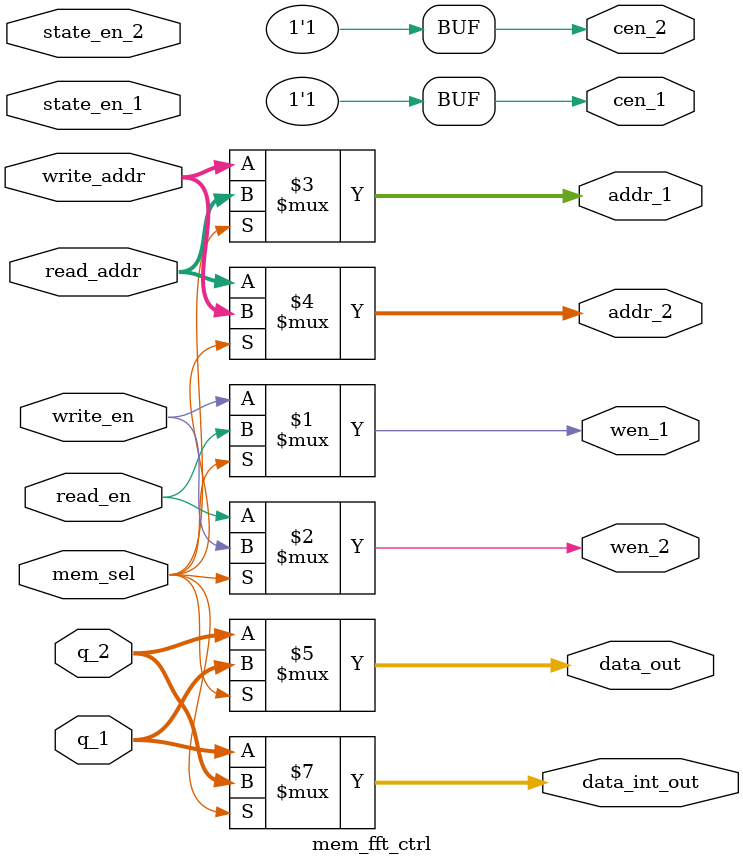
<source format=v>
module mem_fft_ctrl (
        mem_sel
      , read_en
      , write_en
      , read_addr
      , write_addr
      , q_1
      , q_2
      , state_en_1
      , state_en_2
      , cen_1
      , cen_2
      , wen_1
      , wen_2
      , addr_1
      , addr_2 
      , data_out
      , data_int_out
      );

parameter DATA_WIDTH = 32;
parameter ADDR_WIDTH = 12;

input mem_sel, read_en, write_en, state_en_1, state_en_2;
input [ADDR_WIDTH-1 : 0] read_addr, write_addr;
input [DATA_WIDTH-1 : 0] q_1, q_2;

output wen_1, wen_2, cen_1, cen_2;
output [ADDR_WIDTH-1 : 0] addr_1, addr_2;
output [DATA_WIDTH-1 : 0] data_out, data_int_out;

wire cen_1, cen_2;

//Rule: mem_sel = 1 : memory 1 is reading and memory 2 is writing

assign wen_1 = mem_sel ? read_en : write_en;
assign wen_2 = mem_sel ? write_en : read_en;
assign addr_1 = mem_sel ? read_addr : write_addr;
assign addr_2 = mem_sel ? write_addr : read_addr;
assign data_out = mem_sel ? q_1 : q_2;
assign data_int_out = (~ mem_sel) ? q_1 : q_2;

assign {cen_1, cen_2} = 2'b11;

/*
always@(state_en_1 or state_en_2 or mem_sel) begin
    case ({state_en_1,state_en_2})
        2'b00: begin
            cen_1 <= 1'b0;
            cen_2 <= 1'b0;
        end
        2'b01: begin
            cen_1 <= mem_sel;
            cen_2 <= ~mem_sel;
        end
        2'b10: begin
            cen_1 <= ~mem_sel;
            cen_2 <= mem_sel;
        end
        2'b11: begin
            cen_1 <= 1'b1;
            cen_2 <= 1'b1;
        end
    endcase    
end
*/

endmodule

</source>
